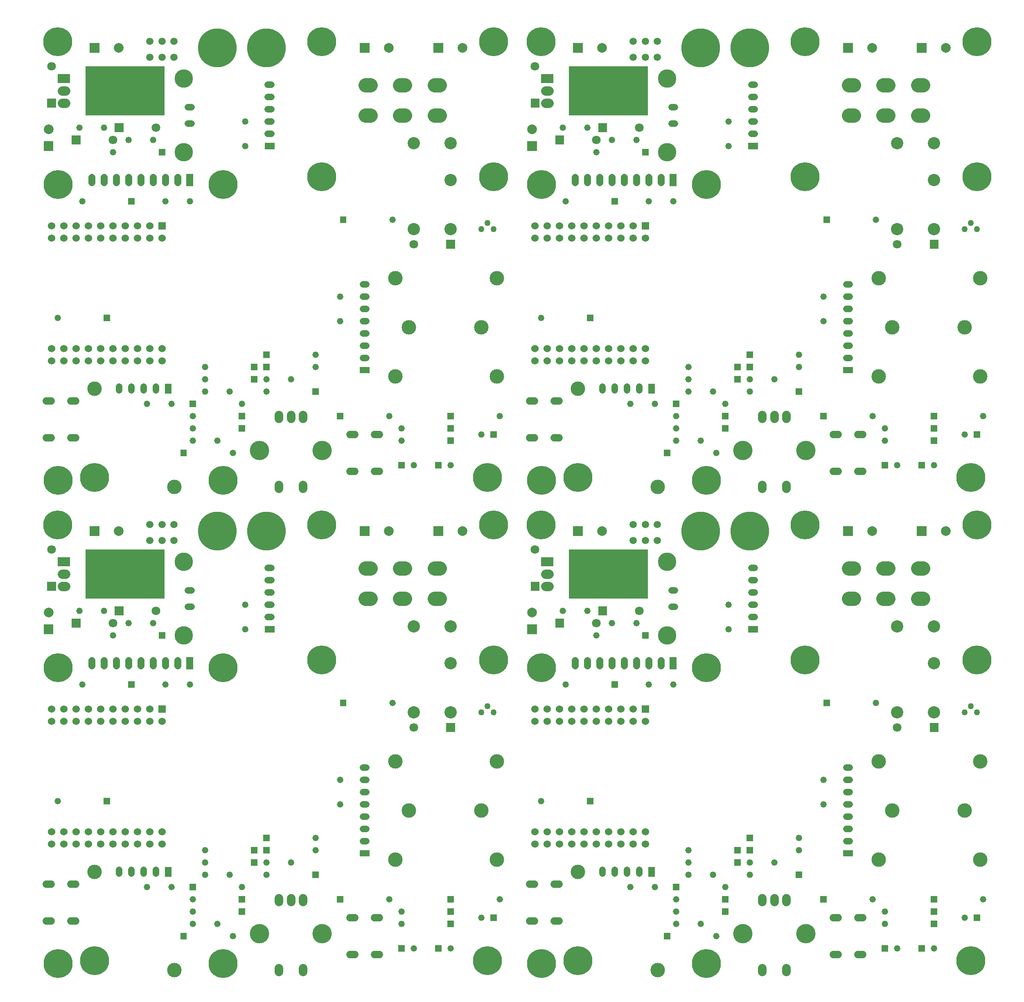
<source format=gts>
%FSLAX24Y24*%
%MOIN*%
%ADD10C,0.0500*%
%ADD11C,0.0520*%
%ADD12C,0.0550*%
%ADD13C,0.0591*%
%ADD14C,0.0600*%
%ADD15C,0.0700*%
%ADD16C,0.0709*%
%ADD17C,0.0750*%
%ADD18C,0.0787*%
%ADD19C,0.1000*%
%ADD20C,0.1181*%
%ADD21C,0.1500*%
%ADD22C,0.1575*%
%ADD23C,0.2362*%
%ADD24C,0.3150*%
D10*
G01X37500Y22250D03*
X36500Y22250D03*
X37000Y22750D03*
X76870Y22250D03*
X75870Y22250D03*
X76370Y22750D03*
X37500Y61620D03*
X36500Y61620D03*
X37000Y62120D03*
X76870Y61620D03*
X75870Y61620D03*
X76370Y62120D03*
D11*
G01X17000Y8000D03*
X2000Y15000D03*
X17250Y31000D03*
X17250Y29000D03*
X5750Y30500D03*
X3750Y30500D03*
X4000Y24500D03*
X26860Y16750D02*
X27140Y16750D01*
X26860Y15750D02*
X27140Y15750D01*
X26860Y11750D02*
X27140Y11750D01*
X26860Y13750D02*
X27140Y13750D01*
X26860Y17750D02*
X27140Y17750D01*
X26860Y14750D02*
X27140Y14750D01*
X26860Y12750D02*
X27140Y12750D01*
X38000Y7000D03*
X23000Y12000D03*
X10750Y24500D03*
X12750Y24500D03*
X9250Y8000D03*
X11250Y8000D03*
X16250Y4000D03*
X34000Y3000D03*
X14000Y10000D03*
X7750Y29500D03*
X9750Y29500D03*
X7000Y9110D02*
X7000Y9390D01*
X8000Y9110D02*
X8000Y9390D01*
X10000Y9110D02*
X10000Y9390D01*
X9000Y9110D02*
X9000Y9390D01*
X25000Y16750D03*
X25000Y14750D03*
X23000Y11000D03*
X29250Y23000D03*
X29000Y7000D03*
X13000Y7000D03*
X36500Y5500D03*
X6500Y28500D03*
X14000Y11000D03*
X13000Y6000D03*
X30000Y6000D03*
X16000Y9000D03*
X14000Y9000D03*
X31000Y3000D03*
X19000Y9000D03*
X21000Y10000D03*
X19000Y10000D03*
X30000Y5000D03*
X12610Y30825D02*
X12890Y30825D01*
X19110Y30000D02*
X19390Y30000D01*
X12610Y32175D02*
X12890Y32175D01*
X19110Y33000D02*
X19390Y33000D01*
X19110Y31000D02*
X19390Y31000D01*
X19110Y34000D02*
X19390Y34000D01*
X19110Y32000D02*
X19390Y32000D01*
X15000Y5000D03*
X13000Y5000D03*
X56370Y8000D03*
X41370Y15000D03*
X56620Y31000D03*
X56620Y29000D03*
X45120Y30500D03*
X43120Y30500D03*
X43370Y24500D03*
X66230Y16750D02*
X66510Y16750D01*
X66230Y15750D02*
X66510Y15750D01*
X66230Y11750D02*
X66510Y11750D01*
X66230Y13750D02*
X66510Y13750D01*
X66230Y17750D02*
X66510Y17750D01*
X66230Y14750D02*
X66510Y14750D01*
X66230Y12750D02*
X66510Y12750D01*
X77370Y7000D03*
X62370Y12000D03*
X50120Y24500D03*
X52120Y24500D03*
X48620Y8000D03*
X50620Y8000D03*
X55620Y4000D03*
X73370Y3000D03*
X53370Y10000D03*
X47120Y29500D03*
X49120Y29500D03*
X46370Y9110D02*
X46370Y9390D01*
X47370Y9110D02*
X47370Y9390D01*
X49370Y9110D02*
X49370Y9390D01*
X48370Y9110D02*
X48370Y9390D01*
X64370Y16750D03*
X64370Y14750D03*
X62370Y11000D03*
X68620Y23000D03*
X68370Y7000D03*
X52370Y7000D03*
X75870Y5500D03*
X45870Y28500D03*
X53370Y11000D03*
X52370Y6000D03*
X69370Y6000D03*
X55370Y9000D03*
X53370Y9000D03*
X70370Y3000D03*
X58370Y9000D03*
X60370Y10000D03*
X58370Y10000D03*
X69370Y5000D03*
X51980Y30825D02*
X52260Y30825D01*
X58480Y30000D02*
X58760Y30000D01*
X51980Y32175D02*
X52260Y32175D01*
X58480Y33000D02*
X58760Y33000D01*
X58480Y31000D02*
X58760Y31000D01*
X58480Y34000D02*
X58760Y34000D01*
X58480Y32000D02*
X58760Y32000D01*
X54370Y5000D03*
X52370Y5000D03*
X17000Y47370D03*
X2000Y54370D03*
X17250Y70370D03*
X17250Y68370D03*
X5750Y69870D03*
X3750Y69870D03*
X4000Y63870D03*
X26860Y56120D02*
X27140Y56120D01*
X26860Y55120D02*
X27140Y55120D01*
X26860Y51120D02*
X27140Y51120D01*
X26860Y53120D02*
X27140Y53120D01*
X26860Y57120D02*
X27140Y57120D01*
X26860Y54120D02*
X27140Y54120D01*
X26860Y52120D02*
X27140Y52120D01*
X38000Y46370D03*
X23000Y51370D03*
X10750Y63870D03*
X12750Y63870D03*
X9250Y47370D03*
X11250Y47370D03*
X16250Y43370D03*
X34000Y42370D03*
X14000Y49370D03*
X7750Y68870D03*
X9750Y68870D03*
X7000Y48480D02*
X7000Y48760D01*
X8000Y48480D02*
X8000Y48760D01*
X10000Y48480D02*
X10000Y48760D01*
X9000Y48480D02*
X9000Y48760D01*
X25000Y56120D03*
X25000Y54120D03*
X23000Y50370D03*
X29250Y62370D03*
X29000Y46370D03*
X13000Y46370D03*
X36500Y44870D03*
X6500Y67870D03*
X14000Y50370D03*
X13000Y45370D03*
X30000Y45370D03*
X16000Y48370D03*
X14000Y48370D03*
X31000Y42370D03*
X19000Y48370D03*
X21000Y49370D03*
X19000Y49370D03*
X30000Y44370D03*
X12610Y70195D02*
X12890Y70195D01*
X19110Y69370D02*
X19390Y69370D01*
X12610Y71545D02*
X12890Y71545D01*
X19110Y72370D02*
X19390Y72370D01*
X19110Y70370D02*
X19390Y70370D01*
X19110Y73370D02*
X19390Y73370D01*
X19110Y71370D02*
X19390Y71370D01*
X15000Y44370D03*
X13000Y44370D03*
X56370Y47370D03*
X41370Y54370D03*
X56620Y70370D03*
X56620Y68370D03*
X45120Y69870D03*
X43120Y69870D03*
X43370Y63870D03*
X66230Y56120D02*
X66510Y56120D01*
X66230Y55120D02*
X66510Y55120D01*
X66230Y51120D02*
X66510Y51120D01*
X66230Y53120D02*
X66510Y53120D01*
X66230Y57120D02*
X66510Y57120D01*
X66230Y54120D02*
X66510Y54120D01*
X66230Y52120D02*
X66510Y52120D01*
X77370Y46370D03*
X62370Y51370D03*
X50120Y63870D03*
X52120Y63870D03*
X48620Y47370D03*
X50620Y47370D03*
X55620Y43370D03*
X73370Y42370D03*
X53370Y49370D03*
X47120Y68870D03*
X49120Y68870D03*
X46370Y48480D02*
X46370Y48760D01*
X47370Y48480D02*
X47370Y48760D01*
X49370Y48480D02*
X49370Y48760D01*
X48370Y48480D02*
X48370Y48760D01*
X64370Y56120D03*
X64370Y54120D03*
X62370Y50370D03*
X68620Y62370D03*
X68370Y46370D03*
X52370Y46370D03*
X75870Y44870D03*
X45870Y67870D03*
X53370Y50370D03*
X52370Y45370D03*
X69370Y45370D03*
X55370Y48370D03*
X53370Y48370D03*
X70370Y42370D03*
X58370Y48370D03*
X60370Y49370D03*
X58370Y49370D03*
X69370Y44370D03*
X51980Y70195D02*
X52260Y70195D01*
X58480Y69370D02*
X58760Y69370D01*
X51980Y71545D02*
X52260Y71545D01*
X58480Y72370D02*
X58760Y72370D01*
X58480Y70370D02*
X58760Y70370D01*
X58480Y73370D02*
X58760Y73370D01*
X58480Y71370D02*
X58760Y71370D01*
X54370Y44370D03*
X52370Y44370D03*
D12*
G01X10750Y26025D02*
X10750Y26475D01*
X11750Y26025D02*
X11750Y26475D01*
X5750Y26025D02*
X5750Y26475D01*
X9750Y26025D02*
X9750Y26475D01*
X7750Y26025D02*
X7750Y26475D01*
X4750Y26025D02*
X4750Y26475D01*
X8750Y26025D02*
X8750Y26475D01*
X6750Y26025D02*
X6750Y26475D01*
X50120Y26025D02*
X50120Y26475D01*
X51120Y26025D02*
X51120Y26475D01*
X45120Y26025D02*
X45120Y26475D01*
X49120Y26025D02*
X49120Y26475D01*
X47120Y26025D02*
X47120Y26475D01*
X44120Y26025D02*
X44120Y26475D01*
X48120Y26025D02*
X48120Y26475D01*
X46120Y26025D02*
X46120Y26475D01*
X10750Y65395D02*
X10750Y65845D01*
X11750Y65395D02*
X11750Y65845D01*
X5750Y65395D02*
X5750Y65845D01*
X9750Y65395D02*
X9750Y65845D01*
X7750Y65395D02*
X7750Y65845D01*
X4750Y65395D02*
X4750Y65845D01*
X8750Y65395D02*
X8750Y65845D01*
X6750Y65395D02*
X6750Y65845D01*
X50120Y65395D02*
X50120Y65845D01*
X51120Y65395D02*
X51120Y65845D01*
X45120Y65395D02*
X45120Y65845D01*
X49120Y65395D02*
X49120Y65845D01*
X47120Y65395D02*
X47120Y65845D01*
X44120Y65395D02*
X44120Y65845D01*
X48120Y65395D02*
X48120Y65845D01*
X46120Y65395D02*
X46120Y65845D01*
D13*
G01X11469Y36250D03*
X11469Y37549D03*
X10484Y36250D03*
X9500Y36250D03*
X9500Y37549D03*
X10484Y37549D03*
X50839Y36250D03*
X50839Y37549D03*
X49854Y36250D03*
X48870Y36250D03*
X48870Y37549D03*
X49854Y37549D03*
X11469Y75620D03*
X11469Y76919D03*
X10484Y75620D03*
X9500Y75620D03*
X9500Y76919D03*
X10484Y76919D03*
X50839Y75620D03*
X50839Y76919D03*
X49854Y75620D03*
X48870Y75620D03*
X48870Y76919D03*
X49854Y76919D03*
D14*
G01X3450Y5250D02*
X3050Y5250D01*
X3450Y8250D02*
X3050Y8250D01*
X1450Y5250D02*
X1050Y5250D01*
X1450Y8250D02*
X1050Y8250D01*
X4500Y21500D03*
X9500Y21500D03*
X9500Y12500D03*
X7500Y12500D03*
X7500Y11500D03*
X8500Y11500D03*
X5500Y22500D03*
X4500Y11500D03*
X8500Y12500D03*
X1500Y21500D03*
X6500Y11500D03*
X10500Y21500D03*
X8500Y22500D03*
X3500Y21500D03*
X2500Y21500D03*
X10500Y11500D03*
X1500Y12500D03*
X5500Y12500D03*
X8500Y21500D03*
X4500Y12500D03*
X7500Y22500D03*
X7500Y21500D03*
X9500Y11500D03*
X2500Y12500D03*
X9500Y22500D03*
X6500Y21500D03*
X4500Y22500D03*
X6500Y22500D03*
X3500Y22500D03*
X3500Y11500D03*
X1500Y11500D03*
X6500Y12500D03*
X5500Y21500D03*
X3500Y12500D03*
X2500Y22500D03*
X5500Y11500D03*
X2500Y11500D03*
X10500Y12500D03*
X1500Y22500D03*
X28200Y2500D02*
X27800Y2500D01*
X28200Y5500D02*
X27800Y5500D01*
X26200Y2500D02*
X25800Y2500D01*
X26200Y5500D02*
X25800Y5500D01*
X42820Y5250D02*
X42420Y5250D01*
X42820Y8250D02*
X42420Y8250D01*
X40820Y5250D02*
X40420Y5250D01*
X40820Y8250D02*
X40420Y8250D01*
X43870Y21500D03*
X48870Y21500D03*
X48870Y12500D03*
X46870Y12500D03*
X46870Y11500D03*
X47870Y11500D03*
X44870Y22500D03*
X43870Y11500D03*
X47870Y12500D03*
X40870Y21500D03*
X45870Y11500D03*
X49870Y21500D03*
X47870Y22500D03*
X42870Y21500D03*
X41870Y21500D03*
X49870Y11500D03*
X40870Y12500D03*
X44870Y12500D03*
X47870Y21500D03*
X43870Y12500D03*
X46870Y22500D03*
X46870Y21500D03*
X48870Y11500D03*
X41870Y12500D03*
X48870Y22500D03*
X45870Y21500D03*
X43870Y22500D03*
X45870Y22500D03*
X42870Y22500D03*
X42870Y11500D03*
X40870Y11500D03*
X45870Y12500D03*
X44870Y21500D03*
X42870Y12500D03*
X41870Y22500D03*
X44870Y11500D03*
X41870Y11500D03*
X49870Y12500D03*
X40870Y22500D03*
X67570Y2500D02*
X67170Y2500D01*
X67570Y5500D02*
X67170Y5500D01*
X65570Y2500D02*
X65170Y2500D01*
X65570Y5500D02*
X65170Y5500D01*
X3450Y44620D02*
X3050Y44620D01*
X3450Y47620D02*
X3050Y47620D01*
X1450Y44620D02*
X1050Y44620D01*
X1450Y47620D02*
X1050Y47620D01*
X4500Y60870D03*
X9500Y60870D03*
X9500Y51870D03*
X7500Y51870D03*
X7500Y50870D03*
X8500Y50870D03*
X5500Y61870D03*
X4500Y50870D03*
X8500Y51870D03*
X1500Y60870D03*
X6500Y50870D03*
X10500Y60870D03*
X8500Y61870D03*
X3500Y60870D03*
X2500Y60870D03*
X10500Y50870D03*
X1500Y51870D03*
X5500Y51870D03*
X8500Y60870D03*
X4500Y51870D03*
X7500Y61870D03*
X7500Y60870D03*
X9500Y50870D03*
X2500Y51870D03*
X9500Y61870D03*
X6500Y60870D03*
X4500Y61870D03*
X6500Y61870D03*
X3500Y61870D03*
X3500Y50870D03*
X1500Y50870D03*
X6500Y51870D03*
X5500Y60870D03*
X3500Y51870D03*
X2500Y61870D03*
X5500Y50870D03*
X2500Y50870D03*
X10500Y51870D03*
X1500Y61870D03*
X28200Y41870D02*
X27800Y41870D01*
X28200Y44870D02*
X27800Y44870D01*
X26200Y41870D02*
X25800Y41870D01*
X26200Y44870D02*
X25800Y44870D01*
X42820Y44620D02*
X42420Y44620D01*
X42820Y47620D02*
X42420Y47620D01*
X40820Y44620D02*
X40420Y44620D01*
X40820Y47620D02*
X40420Y47620D01*
X43870Y60870D03*
X48870Y60870D03*
X48870Y51870D03*
X46870Y51870D03*
X46870Y50870D03*
X47870Y50870D03*
X44870Y61870D03*
X43870Y50870D03*
X47870Y51870D03*
X40870Y60870D03*
X45870Y50870D03*
X49870Y60870D03*
X47870Y61870D03*
X42870Y60870D03*
X41870Y60870D03*
X49870Y50870D03*
X40870Y51870D03*
X44870Y51870D03*
X47870Y60870D03*
X43870Y51870D03*
X46870Y61870D03*
X46870Y60870D03*
X48870Y50870D03*
X41870Y51870D03*
X48870Y61870D03*
X45870Y60870D03*
X43870Y61870D03*
X45870Y61870D03*
X42870Y61870D03*
X42870Y50870D03*
X40870Y50870D03*
X45870Y51870D03*
X44870Y60870D03*
X42870Y51870D03*
X41870Y61870D03*
X44870Y50870D03*
X41870Y50870D03*
X49870Y51870D03*
X40870Y61870D03*
X67570Y41870D02*
X67170Y41870D01*
X67570Y44870D02*
X67170Y44870D01*
X65570Y41870D02*
X65170Y41870D01*
X65570Y44870D02*
X65170Y44870D01*
D15*
G01X20000Y7109D02*
X20000Y6809D01*
X21969Y7109D02*
X21969Y6809D01*
X20000Y1400D02*
X20000Y1100D01*
X21969Y1400D02*
X21969Y1100D01*
X20984Y7109D02*
X20984Y6809D01*
X59370Y7109D02*
X59370Y6809D01*
X61339Y7109D02*
X61339Y6809D01*
X59370Y1400D02*
X59370Y1100D01*
X61339Y1400D02*
X61339Y1100D01*
X60354Y7109D02*
X60354Y6809D01*
X20000Y46479D02*
X20000Y46179D01*
X21969Y46479D02*
X21969Y46179D01*
X20000Y40770D02*
X20000Y40470D01*
X21969Y40770D02*
X21969Y40470D01*
X20984Y46479D02*
X20984Y46179D01*
X59370Y46479D02*
X59370Y46179D01*
X61339Y46479D02*
X61339Y46179D01*
X59370Y40770D02*
X59370Y40470D01*
X61339Y40770D02*
X61339Y40470D01*
X60354Y46479D02*
X60354Y46179D01*
D16*
G01X31000Y21000D03*
X10000Y30500D03*
X6500Y29500D03*
X1500Y35500D03*
X70370Y21000D03*
X49370Y30500D03*
X45870Y29500D03*
X40870Y35500D03*
X31000Y60370D03*
X10000Y69870D03*
X6500Y68870D03*
X1500Y74870D03*
X70370Y60370D03*
X49370Y69870D03*
X45870Y68870D03*
X40870Y74870D03*
D17*
G01X2625Y32500D02*
X2375Y32500D01*
X2625Y33500D02*
X2375Y33500D01*
X41995Y32500D02*
X41745Y32500D01*
X41995Y33500D02*
X41745Y33500D01*
X2625Y71870D02*
X2375Y71870D01*
X2625Y72870D02*
X2375Y72870D01*
X41995Y71870D02*
X41745Y71870D01*
X41995Y72870D02*
X41745Y72870D01*
D18*
G01X1250Y30378D03*
X28969Y37000D03*
X34968Y37000D03*
X6969Y37000D03*
X40620Y30378D03*
X68339Y37000D03*
X74339Y37000D03*
X46339Y37000D03*
X1250Y69748D03*
X28969Y76370D03*
X34968Y76370D03*
X6969Y76370D03*
X40620Y69748D03*
X68339Y76370D03*
X74339Y76370D03*
X46339Y76370D03*
D19*
G01X34000Y22250D03*
X31000Y22250D03*
X31000Y29250D03*
X34000Y29250D03*
X34000Y26250D03*
X73370Y22250D03*
X70370Y22250D03*
X70370Y29250D03*
X73370Y29250D03*
X73370Y26250D03*
X34000Y61620D03*
X31000Y61620D03*
X31000Y68620D03*
X34000Y68620D03*
X34000Y65620D03*
X73370Y61620D03*
X70370Y61620D03*
X70370Y68620D03*
X73370Y68620D03*
X73370Y65620D03*
D20*
G01X36500Y14250D03*
X30594Y14250D03*
X29500Y10250D03*
X37750Y18250D03*
X37750Y10250D03*
X29500Y18250D03*
X11500Y1250D03*
X5000Y9250D03*
X27447Y33980D02*
X27053Y33980D01*
X33085Y31500D02*
X32691Y31500D01*
X30266Y31500D02*
X29872Y31500D01*
X30266Y33980D02*
X29872Y33980D01*
X27447Y31500D02*
X27053Y31500D01*
X33085Y33980D02*
X32691Y33980D01*
X75870Y14250D03*
X69965Y14250D03*
X68870Y10250D03*
X77120Y18250D03*
X77120Y10250D03*
X68870Y18250D03*
X50870Y1250D03*
X44370Y9250D03*
X66817Y33980D02*
X66423Y33980D01*
X72455Y31500D02*
X72061Y31500D01*
X69636Y31500D02*
X69242Y31500D01*
X69636Y33980D02*
X69242Y33980D01*
X66817Y31500D02*
X66423Y31500D01*
X72455Y33980D02*
X72061Y33980D01*
X36500Y53620D03*
X30594Y53620D03*
X29500Y49620D03*
X37750Y57620D03*
X37750Y49620D03*
X29500Y57620D03*
X11500Y40620D03*
X5000Y48620D03*
X27447Y73350D02*
X27053Y73350D01*
X33085Y70870D02*
X32691Y70870D01*
X30266Y70870D02*
X29872Y70870D01*
X30266Y73350D02*
X29872Y73350D01*
X27447Y70870D02*
X27053Y70870D01*
X33085Y73350D02*
X32691Y73350D01*
X75870Y53620D03*
X69965Y53620D03*
X68870Y49620D03*
X77120Y57620D03*
X77120Y49620D03*
X68870Y57620D03*
X50870Y40620D03*
X44370Y48620D03*
X66817Y73350D02*
X66423Y73350D01*
X72455Y70870D02*
X72061Y70870D01*
X69636Y70870D02*
X69242Y70870D01*
X69636Y73350D02*
X69242Y73350D01*
X66817Y70870D02*
X66423Y70870D01*
X72455Y73350D02*
X72061Y73350D01*
D21*
G01X12250Y28500D03*
X12250Y34500D03*
X51620Y28500D03*
X51620Y34500D03*
X12250Y67870D03*
X12250Y73870D03*
X51620Y67870D03*
X51620Y73870D03*
D22*
G01X18425Y4203D03*
X23543Y4203D03*
X57795Y4203D03*
X62913Y4203D03*
X18425Y43573D03*
X23543Y43573D03*
X57795Y43573D03*
X62913Y43573D03*
D23*
G01X23500Y26500D03*
X37500Y26500D03*
X37000Y2000D03*
X23500Y37500D03*
X2037Y25856D03*
X2037Y1762D03*
X15463Y1762D03*
X15463Y25856D03*
X37500Y37500D03*
X5000Y2000D03*
X2000Y37500D03*
X62870Y26500D03*
X76870Y26500D03*
X76370Y2000D03*
X62870Y37500D03*
X41407Y25856D03*
X41407Y1762D03*
X54833Y1762D03*
X54833Y25856D03*
X76870Y37500D03*
X44370Y2000D03*
X41370Y37500D03*
X23500Y65870D03*
X37500Y65870D03*
X37000Y41370D03*
X23500Y76870D03*
X2037Y65226D03*
X2037Y41132D03*
X15463Y41132D03*
X15463Y65226D03*
X37500Y76870D03*
X5000Y41370D03*
X2000Y76870D03*
X62870Y65870D03*
X76870Y65870D03*
X76370Y41370D03*
X62870Y76870D03*
X41407Y65226D03*
X41407Y41132D03*
X54833Y41132D03*
X54833Y65226D03*
X76870Y76870D03*
X44370Y41370D03*
X41370Y76870D03*
D24*
G01X15000Y37000D03*
X19000Y37000D03*
X54370Y37000D03*
X58370Y37000D03*
X15000Y76370D03*
X19000Y76370D03*
X54370Y76370D03*
X58370Y76370D03*
G36*
X33645Y20645D02*
X34354Y20645D01*
X34354Y21354D01*
X33645Y21354D01*
X33645Y20645D01*
G37*
G36*
X13260Y8260D02*
X12740Y8260D01*
X12740Y7740D01*
X13260Y7740D01*
X13260Y8260D01*
G37*
G36*
X5740Y14740D02*
X6260Y14740D01*
X6260Y15260D01*
X5740Y15260D01*
X5740Y14740D01*
G37*
G36*
X856Y29393D02*
X856Y28606D01*
X1643Y28606D01*
X1643Y29393D01*
X856Y29393D01*
G37*
G36*
X7740Y24240D02*
X8260Y24240D01*
X8260Y24760D01*
X7740Y24760D01*
X7740Y24240D01*
G37*
G36*
X26600Y10490D02*
X27400Y10490D01*
X27400Y11010D01*
X26600Y11010D01*
X26600Y10490D01*
G37*
G36*
X34260Y7260D02*
X33740Y7260D01*
X33740Y6740D01*
X34260Y6740D01*
X34260Y7260D01*
G37*
G36*
X27393Y37393D02*
X26606Y37393D01*
X26606Y36606D01*
X27393Y36606D01*
X27393Y37393D01*
G37*
G36*
X19260Y12260D02*
X18740Y12260D01*
X18740Y11740D01*
X19260Y11740D01*
X19260Y12260D01*
G37*
G36*
X7354Y30854D02*
X6645Y30854D01*
X6645Y30145D01*
X7354Y30145D01*
X7354Y30854D01*
G37*
G36*
X12510Y4260D02*
X11990Y4260D01*
X11990Y3740D01*
X12510Y3740D01*
X12510Y4260D01*
G37*
G36*
X33260Y3260D02*
X32740Y3260D01*
X32740Y2740D01*
X33260Y2740D01*
X33260Y3260D01*
G37*
G36*
X17740Y9740D02*
X18260Y9740D01*
X18260Y10260D01*
X17740Y10260D01*
X17740Y9740D01*
G37*
G36*
X11260Y8850D02*
X11260Y9650D01*
X10740Y9650D01*
X10740Y8850D01*
X11260Y8850D01*
G37*
G36*
X10200Y22200D02*
X10800Y22200D01*
X10800Y22800D01*
X10200Y22800D01*
X10200Y22200D01*
G37*
G36*
X19260Y11260D02*
X18740Y11260D01*
X18740Y10740D01*
X19260Y10740D01*
X19260Y11260D01*
G37*
G36*
X33393Y37393D02*
X32606Y37393D01*
X32606Y36606D01*
X33393Y36606D01*
X33393Y37393D01*
G37*
G36*
X25510Y23260D02*
X24990Y23260D01*
X24990Y22740D01*
X25510Y22740D01*
X25510Y23260D01*
G37*
G36*
X25260Y7260D02*
X24740Y7260D01*
X24740Y6740D01*
X25260Y6740D01*
X25260Y7260D01*
G37*
G36*
X16740Y6740D02*
X17260Y6740D01*
X17260Y7260D01*
X16740Y7260D01*
X16740Y6740D01*
G37*
G36*
X3854Y29854D02*
X3145Y29854D01*
X3145Y29145D01*
X3854Y29145D01*
X3854Y29854D01*
G37*
G36*
X37240Y5240D02*
X37760Y5240D01*
X37760Y5760D01*
X37240Y5760D01*
X37240Y5240D01*
G37*
G36*
X10240Y28240D02*
X10760Y28240D01*
X10760Y28760D01*
X10240Y28760D01*
X10240Y28240D01*
G37*
G36*
X13025Y25750D02*
X13025Y26750D01*
X12475Y26750D01*
X12475Y25750D01*
X13025Y25750D01*
G37*
G36*
X17740Y10740D02*
X18260Y10740D01*
X18260Y11260D01*
X17740Y11260D01*
X17740Y10740D01*
G37*
G36*
X16740Y5740D02*
X17260Y5740D01*
X17260Y6260D01*
X16740Y6260D01*
X16740Y5740D01*
G37*
G36*
X1145Y32854D02*
X1145Y32145D01*
X1854Y32145D01*
X1854Y32854D01*
X1145Y32854D01*
G37*
G36*
X33740Y5740D02*
X34260Y5740D01*
X34260Y6260D01*
X33740Y6260D01*
X33740Y5740D01*
G37*
G36*
X30260Y3260D02*
X29740Y3260D01*
X29740Y2740D01*
X30260Y2740D01*
X30260Y3260D01*
G37*
G36*
X8750Y31500D02*
X8750Y35500D01*
X4250Y35500D01*
X4250Y31500D01*
X8750Y31500D01*
G37*
G36*
X10700Y31500D02*
X10700Y35500D01*
X8300Y35500D01*
X8300Y31500D01*
X10700Y31500D01*
G37*
G36*
X3000Y34125D02*
X3000Y34875D01*
X2000Y34875D01*
X2000Y34125D01*
X3000Y34125D01*
G37*
G36*
X22740Y8740D02*
X23260Y8740D01*
X23260Y9260D01*
X22740Y9260D01*
X22740Y8740D01*
G37*
G36*
X33740Y4740D02*
X34260Y4740D01*
X34260Y5260D01*
X33740Y5260D01*
X33740Y4740D01*
G37*
G36*
X5393Y37393D02*
X4606Y37393D01*
X4606Y36606D01*
X5393Y36606D01*
X5393Y37393D01*
G37*
G36*
X18850Y29260D02*
X18850Y28740D01*
X19650Y28740D01*
X19650Y29260D01*
X18850Y29260D01*
G37*
G36*
X73015Y20645D02*
X73724Y20645D01*
X73724Y21354D01*
X73015Y21354D01*
X73015Y20645D01*
G37*
G36*
X52630Y8260D02*
X52110Y8260D01*
X52110Y7740D01*
X52630Y7740D01*
X52630Y8260D01*
G37*
G36*
X45110Y14740D02*
X45630Y14740D01*
X45630Y15260D01*
X45110Y15260D01*
X45110Y14740D01*
G37*
G36*
X40226Y29393D02*
X40226Y28606D01*
X41013Y28606D01*
X41013Y29393D01*
X40226Y29393D01*
G37*
G36*
X47110Y24240D02*
X47630Y24240D01*
X47630Y24760D01*
X47110Y24760D01*
X47110Y24240D01*
G37*
G36*
X65970Y10490D02*
X66770Y10490D01*
X66770Y11010D01*
X65970Y11010D01*
X65970Y10490D01*
G37*
G36*
X73630Y7260D02*
X73110Y7260D01*
X73110Y6740D01*
X73630Y6740D01*
X73630Y7260D01*
G37*
G36*
X66763Y37393D02*
X65976Y37393D01*
X65976Y36606D01*
X66763Y36606D01*
X66763Y37393D01*
G37*
G36*
X58630Y12260D02*
X58110Y12260D01*
X58110Y11740D01*
X58630Y11740D01*
X58630Y12260D01*
G37*
G36*
X46724Y30854D02*
X46015Y30854D01*
X46015Y30145D01*
X46724Y30145D01*
X46724Y30854D01*
G37*
G36*
X51880Y4260D02*
X51360Y4260D01*
X51360Y3740D01*
X51880Y3740D01*
X51880Y4260D01*
G37*
G36*
X72630Y3260D02*
X72110Y3260D01*
X72110Y2740D01*
X72630Y2740D01*
X72630Y3260D01*
G37*
G36*
X57110Y9740D02*
X57630Y9740D01*
X57630Y10260D01*
X57110Y10260D01*
X57110Y9740D01*
G37*
G36*
X50630Y8850D02*
X50630Y9650D01*
X50110Y9650D01*
X50110Y8850D01*
X50630Y8850D01*
G37*
G36*
X49570Y22200D02*
X50170Y22200D01*
X50170Y22800D01*
X49570Y22800D01*
X49570Y22200D01*
G37*
G36*
X58630Y11260D02*
X58110Y11260D01*
X58110Y10740D01*
X58630Y10740D01*
X58630Y11260D01*
G37*
G36*
X72763Y37393D02*
X71976Y37393D01*
X71976Y36606D01*
X72763Y36606D01*
X72763Y37393D01*
G37*
G36*
X64880Y23260D02*
X64360Y23260D01*
X64360Y22740D01*
X64880Y22740D01*
X64880Y23260D01*
G37*
G36*
X64630Y7260D02*
X64110Y7260D01*
X64110Y6740D01*
X64630Y6740D01*
X64630Y7260D01*
G37*
G36*
X56110Y6740D02*
X56630Y6740D01*
X56630Y7260D01*
X56110Y7260D01*
X56110Y6740D01*
G37*
G36*
X43224Y29854D02*
X42515Y29854D01*
X42515Y29145D01*
X43224Y29145D01*
X43224Y29854D01*
G37*
G36*
X76610Y5240D02*
X77130Y5240D01*
X77130Y5760D01*
X76610Y5760D01*
X76610Y5240D01*
G37*
G36*
X49610Y28240D02*
X50130Y28240D01*
X50130Y28760D01*
X49610Y28760D01*
X49610Y28240D01*
G37*
G36*
X52395Y25750D02*
X52395Y26750D01*
X51845Y26750D01*
X51845Y25750D01*
X52395Y25750D01*
G37*
G36*
X57110Y10740D02*
X57630Y10740D01*
X57630Y11260D01*
X57110Y11260D01*
X57110Y10740D01*
G37*
G36*
X56110Y5740D02*
X56630Y5740D01*
X56630Y6260D01*
X56110Y6260D01*
X56110Y5740D01*
G37*
G36*
X40515Y32854D02*
X40515Y32145D01*
X41224Y32145D01*
X41224Y32854D01*
X40515Y32854D01*
G37*
G36*
X73110Y5740D02*
X73630Y5740D01*
X73630Y6260D01*
X73110Y6260D01*
X73110Y5740D01*
G37*
G36*
X69630Y3260D02*
X69110Y3260D01*
X69110Y2740D01*
X69630Y2740D01*
X69630Y3260D01*
G37*
G36*
X48120Y31500D02*
X48120Y35500D01*
X43620Y35500D01*
X43620Y31500D01*
X48120Y31500D01*
G37*
G36*
X50070Y31500D02*
X50070Y35500D01*
X47670Y35500D01*
X47670Y31500D01*
X50070Y31500D01*
G37*
G36*
X42370Y34125D02*
X42370Y34875D01*
X41370Y34875D01*
X41370Y34125D01*
X42370Y34125D01*
G37*
G36*
X62110Y8740D02*
X62630Y8740D01*
X62630Y9260D01*
X62110Y9260D01*
X62110Y8740D01*
G37*
G36*
X73110Y4740D02*
X73630Y4740D01*
X73630Y5260D01*
X73110Y5260D01*
X73110Y4740D01*
G37*
G36*
X44763Y37393D02*
X43976Y37393D01*
X43976Y36606D01*
X44763Y36606D01*
X44763Y37393D01*
G37*
G36*
X58220Y29260D02*
X58220Y28740D01*
X59020Y28740D01*
X59020Y29260D01*
X58220Y29260D01*
G37*
G36*
X33645Y60015D02*
X34354Y60015D01*
X34354Y60724D01*
X33645Y60724D01*
X33645Y60015D01*
G37*
G36*
X13260Y47630D02*
X12740Y47630D01*
X12740Y47110D01*
X13260Y47110D01*
X13260Y47630D01*
G37*
G36*
X5740Y54110D02*
X6260Y54110D01*
X6260Y54630D01*
X5740Y54630D01*
X5740Y54110D01*
G37*
G36*
X856Y68763D02*
X856Y67976D01*
X1643Y67976D01*
X1643Y68763D01*
X856Y68763D01*
G37*
G36*
X7740Y63610D02*
X8260Y63610D01*
X8260Y64130D01*
X7740Y64130D01*
X7740Y63610D01*
G37*
G36*
X26600Y49860D02*
X27400Y49860D01*
X27400Y50380D01*
X26600Y50380D01*
X26600Y49860D01*
G37*
G36*
X34260Y46630D02*
X33740Y46630D01*
X33740Y46110D01*
X34260Y46110D01*
X34260Y46630D01*
G37*
G36*
X27393Y76763D02*
X26606Y76763D01*
X26606Y75976D01*
X27393Y75976D01*
X27393Y76763D01*
G37*
G36*
X19260Y51630D02*
X18740Y51630D01*
X18740Y51110D01*
X19260Y51110D01*
X19260Y51630D01*
G37*
G36*
X7354Y70224D02*
X6645Y70224D01*
X6645Y69515D01*
X7354Y69515D01*
X7354Y70224D01*
G37*
G36*
X12510Y43630D02*
X11990Y43630D01*
X11990Y43110D01*
X12510Y43110D01*
X12510Y43630D01*
G37*
G36*
X33260Y42630D02*
X32740Y42630D01*
X32740Y42110D01*
X33260Y42110D01*
X33260Y42630D01*
G37*
G36*
X17740Y49110D02*
X18260Y49110D01*
X18260Y49630D01*
X17740Y49630D01*
X17740Y49110D01*
G37*
G36*
X11260Y48220D02*
X11260Y49020D01*
X10740Y49020D01*
X10740Y48220D01*
X11260Y48220D01*
G37*
G36*
X10200Y61570D02*
X10800Y61570D01*
X10800Y62170D01*
X10200Y62170D01*
X10200Y61570D01*
G37*
G36*
X19260Y50630D02*
X18740Y50630D01*
X18740Y50110D01*
X19260Y50110D01*
X19260Y50630D01*
G37*
G36*
X33393Y76763D02*
X32606Y76763D01*
X32606Y75976D01*
X33393Y75976D01*
X33393Y76763D01*
G37*
G36*
X25510Y62630D02*
X24990Y62630D01*
X24990Y62110D01*
X25510Y62110D01*
X25510Y62630D01*
G37*
G36*
X25260Y46630D02*
X24740Y46630D01*
X24740Y46110D01*
X25260Y46110D01*
X25260Y46630D01*
G37*
G36*
X16740Y46110D02*
X17260Y46110D01*
X17260Y46630D01*
X16740Y46630D01*
X16740Y46110D01*
G37*
G36*
X3854Y69224D02*
X3145Y69224D01*
X3145Y68515D01*
X3854Y68515D01*
X3854Y69224D01*
G37*
G36*
X37240Y44610D02*
X37760Y44610D01*
X37760Y45130D01*
X37240Y45130D01*
X37240Y44610D01*
G37*
G36*
X10240Y67610D02*
X10760Y67610D01*
X10760Y68130D01*
X10240Y68130D01*
X10240Y67610D01*
G37*
G36*
X13025Y65120D02*
X13025Y66120D01*
X12475Y66120D01*
X12475Y65120D01*
X13025Y65120D01*
G37*
G36*
X17740Y50110D02*
X18260Y50110D01*
X18260Y50630D01*
X17740Y50630D01*
X17740Y50110D01*
G37*
G36*
X16740Y45110D02*
X17260Y45110D01*
X17260Y45630D01*
X16740Y45630D01*
X16740Y45110D01*
G37*
G36*
X1145Y72224D02*
X1145Y71515D01*
X1854Y71515D01*
X1854Y72224D01*
X1145Y72224D01*
G37*
G36*
X33740Y45110D02*
X34260Y45110D01*
X34260Y45630D01*
X33740Y45630D01*
X33740Y45110D01*
G37*
G36*
X30260Y42630D02*
X29740Y42630D01*
X29740Y42110D01*
X30260Y42110D01*
X30260Y42630D01*
G37*
G36*
X8750Y70870D02*
X8750Y74870D01*
X4250Y74870D01*
X4250Y70870D01*
X8750Y70870D01*
G37*
G36*
X10700Y70870D02*
X10700Y74870D01*
X8300Y74870D01*
X8300Y70870D01*
X10700Y70870D01*
G37*
G36*
X3000Y73495D02*
X3000Y74245D01*
X2000Y74245D01*
X2000Y73495D01*
X3000Y73495D01*
G37*
G36*
X22740Y48110D02*
X23260Y48110D01*
X23260Y48630D01*
X22740Y48630D01*
X22740Y48110D01*
G37*
G36*
X33740Y44110D02*
X34260Y44110D01*
X34260Y44630D01*
X33740Y44630D01*
X33740Y44110D01*
G37*
G36*
X5393Y76763D02*
X4606Y76763D01*
X4606Y75976D01*
X5393Y75976D01*
X5393Y76763D01*
G37*
G36*
X18850Y68630D02*
X18850Y68110D01*
X19650Y68110D01*
X19650Y68630D01*
X18850Y68630D01*
G37*
G36*
X73015Y60015D02*
X73724Y60015D01*
X73724Y60724D01*
X73015Y60724D01*
X73015Y60015D01*
G37*
G36*
X52630Y47630D02*
X52110Y47630D01*
X52110Y47110D01*
X52630Y47110D01*
X52630Y47630D01*
G37*
G36*
X45110Y54110D02*
X45630Y54110D01*
X45630Y54630D01*
X45110Y54630D01*
X45110Y54110D01*
G37*
G36*
X40226Y68763D02*
X40226Y67976D01*
X41013Y67976D01*
X41013Y68763D01*
X40226Y68763D01*
G37*
G36*
X47110Y63610D02*
X47630Y63610D01*
X47630Y64130D01*
X47110Y64130D01*
X47110Y63610D01*
G37*
G36*
X65970Y49860D02*
X66770Y49860D01*
X66770Y50380D01*
X65970Y50380D01*
X65970Y49860D01*
G37*
G36*
X73630Y46630D02*
X73110Y46630D01*
X73110Y46110D01*
X73630Y46110D01*
X73630Y46630D01*
G37*
G36*
X66763Y76763D02*
X65976Y76763D01*
X65976Y75976D01*
X66763Y75976D01*
X66763Y76763D01*
G37*
G36*
X58630Y51630D02*
X58110Y51630D01*
X58110Y51110D01*
X58630Y51110D01*
X58630Y51630D01*
G37*
G36*
X46724Y70224D02*
X46015Y70224D01*
X46015Y69515D01*
X46724Y69515D01*
X46724Y70224D01*
G37*
G36*
X51880Y43630D02*
X51360Y43630D01*
X51360Y43110D01*
X51880Y43110D01*
X51880Y43630D01*
G37*
G36*
X72630Y42630D02*
X72110Y42630D01*
X72110Y42110D01*
X72630Y42110D01*
X72630Y42630D01*
G37*
G36*
X57110Y49110D02*
X57630Y49110D01*
X57630Y49630D01*
X57110Y49630D01*
X57110Y49110D01*
G37*
G36*
X50630Y48220D02*
X50630Y49020D01*
X50110Y49020D01*
X50110Y48220D01*
X50630Y48220D01*
G37*
G36*
X49570Y61570D02*
X50170Y61570D01*
X50170Y62170D01*
X49570Y62170D01*
X49570Y61570D01*
G37*
G36*
X58630Y50630D02*
X58110Y50630D01*
X58110Y50110D01*
X58630Y50110D01*
X58630Y50630D01*
G37*
G36*
X72763Y76763D02*
X71976Y76763D01*
X71976Y75976D01*
X72763Y75976D01*
X72763Y76763D01*
G37*
G36*
X64880Y62630D02*
X64360Y62630D01*
X64360Y62110D01*
X64880Y62110D01*
X64880Y62630D01*
G37*
G36*
X64630Y46630D02*
X64110Y46630D01*
X64110Y46110D01*
X64630Y46110D01*
X64630Y46630D01*
G37*
G36*
X56110Y46110D02*
X56630Y46110D01*
X56630Y46630D01*
X56110Y46630D01*
X56110Y46110D01*
G37*
G36*
X43224Y69224D02*
X42515Y69224D01*
X42515Y68515D01*
X43224Y68515D01*
X43224Y69224D01*
G37*
G36*
X76610Y44610D02*
X77130Y44610D01*
X77130Y45130D01*
X76610Y45130D01*
X76610Y44610D01*
G37*
G36*
X49610Y67610D02*
X50130Y67610D01*
X50130Y68130D01*
X49610Y68130D01*
X49610Y67610D01*
G37*
G36*
X52395Y65120D02*
X52395Y66120D01*
X51845Y66120D01*
X51845Y65120D01*
X52395Y65120D01*
G37*
G36*
X57110Y50110D02*
X57630Y50110D01*
X57630Y50630D01*
X57110Y50630D01*
X57110Y50110D01*
G37*
G36*
X56110Y45110D02*
X56630Y45110D01*
X56630Y45630D01*
X56110Y45630D01*
X56110Y45110D01*
G37*
G36*
X40515Y72224D02*
X40515Y71515D01*
X41224Y71515D01*
X41224Y72224D01*
X40515Y72224D01*
G37*
G36*
X73110Y45110D02*
X73630Y45110D01*
X73630Y45630D01*
X73110Y45630D01*
X73110Y45110D01*
G37*
G36*
X69630Y42630D02*
X69110Y42630D01*
X69110Y42110D01*
X69630Y42110D01*
X69630Y42630D01*
G37*
G36*
X48120Y70870D02*
X48120Y74870D01*
X43620Y74870D01*
X43620Y70870D01*
X48120Y70870D01*
G37*
G36*
X50070Y70870D02*
X50070Y74870D01*
X47670Y74870D01*
X47670Y70870D01*
X50070Y70870D01*
G37*
G36*
X42370Y73495D02*
X42370Y74245D01*
X41370Y74245D01*
X41370Y73495D01*
X42370Y73495D01*
G37*
G36*
X62110Y48110D02*
X62630Y48110D01*
X62630Y48630D01*
X62110Y48630D01*
X62110Y48110D01*
G37*
G36*
X73110Y44110D02*
X73630Y44110D01*
X73630Y44630D01*
X73110Y44630D01*
X73110Y44110D01*
G37*
G36*
X44763Y76763D02*
X43976Y76763D01*
X43976Y75976D01*
X44763Y75976D01*
X44763Y76763D01*
G37*
G36*
X58220Y68630D02*
X58220Y68110D01*
X59020Y68110D01*
X59020Y68630D01*
X58220Y68630D01*
G37*
M02*

</source>
